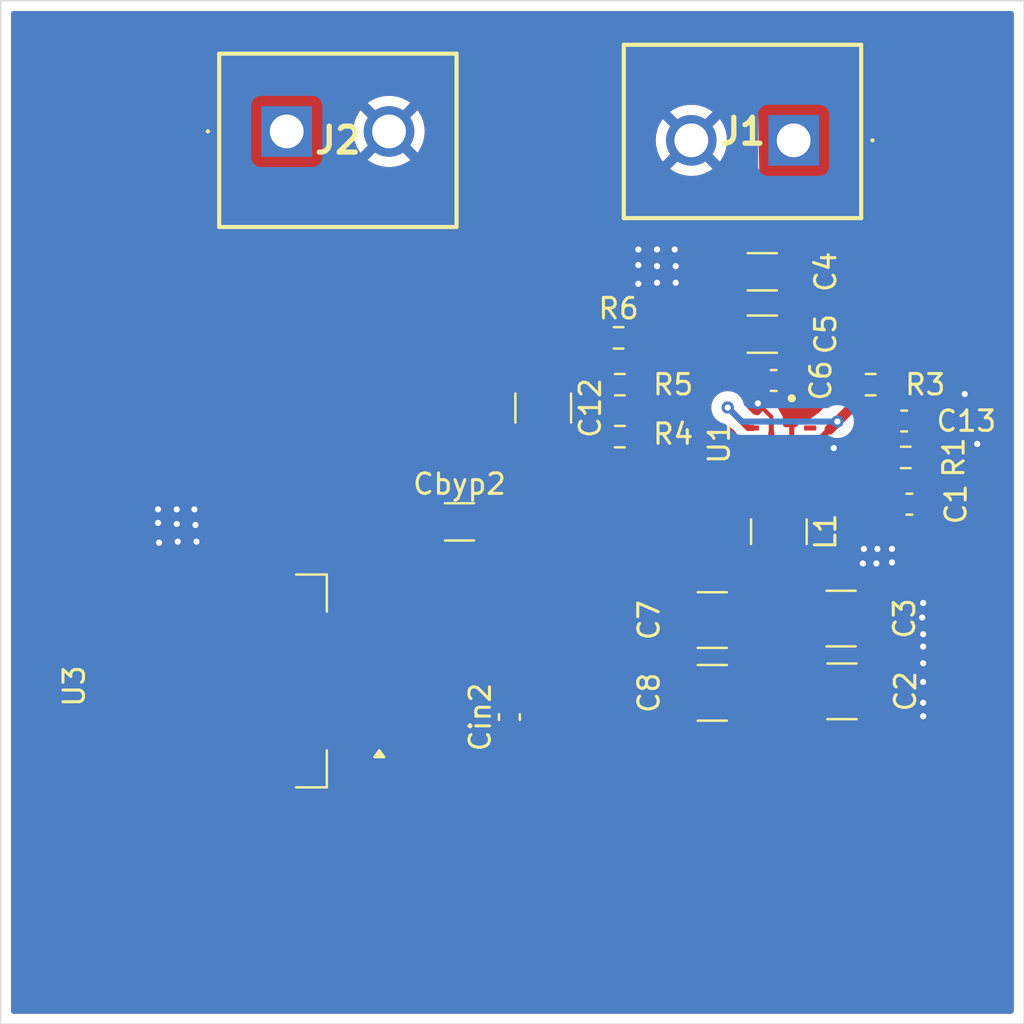
<source format=kicad_pcb>
(kicad_pcb (version 20240108) (generator "pcbnew") (generator_version "8.0")
  (layers (0 "F.Cu" signal) (31 "B.Cu" signal) (34 "B.Paste" user) (35 "F.Paste" user) (36 "B.SilkS" user "B.Silkscreen") (37 "F.SilkS" user "F.Silkscreen") (38 "B.Mask" user) (39 "F.Mask" user) (44 "Edge.Cuts" user))
  (net 0 "")
  (net 1 "Net-(C1-Pad1)")
  (net 2 "/Buck_SW")
  (net 3 "/Buck_Vin")
  (net 4 "Earth")
  (net 5 "/BuckStep_Vout")
  (net 6 "Net-(C12-Pad1)")
  (net 7 "/Buck_Vcc")
  (net 8 "/Vout")
  (net 9 "/Buck_VBST")
  (net 10 "/Buck_PG")
  (net 11 "/Buck_FB")
  (footprint "Resistor_SMD:R_0603_1608Metric" (layer "F.Cu") (at 93.345 68.834 180)
    (property "Reference" "R3" (at -2.667 0 360) (layer "F.SilkS"))
    (property "Value" "100 k")
    (fp_line (start -0.237258 0.5225) (end 0.237258 0.5225) (stroke (width 0.12)) (layer "F.SilkS"))
    (fp_line (start -0.237258 -0.5225) (end 0.237258 -0.5225) (stroke (width 0.12)) (layer "F.SilkS"))
    (pad "1" smd roundrect (at -0.825 0 180) (size 0.8 0.95) (layers "F.Cu" "F.Paste" "F.Mask") (net 7 "/Buck_Vcc"))
    (pad "2" smd roundrect (at 0.825 0 180) (size 0.8 0.95) (layers "F.Cu" "F.Paste" "F.Mask") (net 10 "/Buck_PG"))
  )
  (footprint "Capacitor_SMD:C_0603_1608Metric" (layer "F.Cu") (at 95.237 74.676 180)
    (property "Reference" "C1" (at -2.273 0 90) (layer "F.SilkS"))
    (property "Value" "0.1uF")
    (fp_line (start -0.14058 0.51) (end 0.14058 0.51) (stroke (width 0.12)) (layer "F.SilkS"))
    (fp_line (start -0.14058 -0.51) (end 0.14058 -0.51) (stroke (width 0.12)) (layer "F.SilkS"))
    (pad "1" smd roundrect (at -0.775 0 180) (size 0.9 0.95) (layers "F.Cu" "F.Paste" "F.Mask") (net 1 "Net-(C1-Pad1)"))
    (pad "2" smd roundrect (at 0.775 0 180) (size 0.9 0.95) (layers "F.Cu" "F.Paste" "F.Mask") (net 2 "/Buck_SW"))
  )
  (footprint "Capacitor_SMD:C_1210_3225Metric" (layer "F.Cu") (at 85.607 83.893 180)
    (property "Reference" "C8" (at 3.097 0 90) (layer "F.SilkS"))
    (property "Value" "22pF")
    (fp_line (start -0.711252 1.36) (end 0.711252 1.36) (stroke (width 0.12)) (layer "F.SilkS"))
    (fp_line (start -0.711252 -1.36) (end 0.711252 -1.36) (stroke (width 0.12)) (layer "F.SilkS"))
    (pad "1" smd roundrect (at -1.475 0 180) (size 1.15 2.7) (layers "F.Cu" "F.Paste" "F.Mask") (roundrect_rratio 0.217391) (net 5 "/BuckStep_Vout"))
    (pad "2" smd roundrect (at 1.475 0 180) (size 1.15 2.7) (layers "F.Cu" "F.Paste" "F.Mask") (roundrect_rratio 0.217391) (net 4 "Earth"))
  )
  (footprint "Resistor_SMD:R_0603_1608Metric" (layer "F.Cu") (at 81.09 68.834 180)
    (property "Reference" "R5" (at -2.603 0 360) (layer "F.SilkS"))
    (property "Value" "0")
    (fp_line (start -0.237258 0.5225) (end 0.237258 0.5225) (stroke (width 0.12)) (layer "F.SilkS"))
    (fp_line (start -0.237258 -0.5225) (end 0.237258 -0.5225) (stroke (width 0.12)) (layer "F.SilkS"))
    (pad "1" smd roundrect (at -0.825 0 180) (size 0.8 0.95) (layers "F.Cu" "F.Paste" "F.Mask") (net 11 "/Buck_FB"))
    (pad "2" smd roundrect (at 0.825 0 180) (size 0.8 0.95) (layers "F.Cu" "F.Paste" "F.Mask") (net 6 "Net-(C12-Pad1)"))
  )
  (footprint "Capacitor_SMD:C_1210_3225Metric" (layer "F.Cu") (at 85.607 80.337 180)
    (property "Reference" "C7" (at 3.097 0 90) (layer "F.SilkS"))
    (property "Value" "22pF")
    (fp_line (start -0.711252 1.36) (end 0.711252 1.36) (stroke (width 0.12)) (layer "F.SilkS"))
    (fp_line (start -0.711252 -1.36) (end 0.711252 -1.36) (stroke (width 0.12)) (layer "F.SilkS"))
    (pad "1" smd roundrect (at -1.475 0 180) (size 1.15 2.7) (layers "F.Cu" "F.Paste" "F.Mask") (roundrect_rratio 0.217391) (net 5 "/BuckStep_Vout"))
    (pad "2" smd roundrect (at 1.475 0 180) (size 1.15 2.7) (layers "F.Cu" "F.Paste" "F.Mask") (roundrect_rratio 0.217391) (net 4 "Earth"))
  )
  (footprint "5EHDVC-02P-KiCad:5EHDVC02P" (layer "F.Cu") (at 89.582 56.896 180)
    (property "Reference" "J1" (at 2.5 0.435 360) (layer "F.SilkS") (effects (font (size 1.27 1.27) (thickness 0.254))))
    (property "Value" "Conn_01x02_Pin" (hide yes))
    (fp_line (start 8.3 4.67) (end -3.3 4.67) (stroke (width 0.2)) (layer "F.SilkS"))
    (fp_line (start 8.3 -3.8) (end 8.3 4.67) (stroke (width 0.2)) (layer "F.SilkS"))
    (fp_line (start -3.3 4.67) (end -3.3 -3.8) (stroke (width 0.2)) (layer "F.SilkS"))
    (fp_line (start -3.3 -3.8) (end 8.3 -3.8) (stroke (width 0.2)) (layer "F.SilkS"))
    (fp_line (start -3.8 0) (end -3.8 0) (stroke (width 0.1)) (layer "F.SilkS"))
    (fp_line (start -3.9 0) (end -3.9 0) (stroke (width 0.1)) (layer "F.SilkS"))
    (fp_arc (start -3.8 0) (mid -3.85 0.05) (end -3.9 0) (stroke (width 0.1)) (layer "F.SilkS"))
    (fp_arc (start -3.9 0) (mid -3.85 -0.05) (end -3.8 0) (stroke (width 0.1)) (layer "F.SilkS"))
    (pad "1" thru_hole rect (at 0 0 180) (size 2.475 2.475) (drill 1.65) (layers "*.Cu" "*.Mask") (net 3 "/Buck_Vin"))
    (pad "2" thru_hole circle (at 5 0 180) (size 2.475 2.475) (drill 1.65) (layers "*.Cu" "*.Mask") (net 4 "Earth"))
  )
  (footprint "Capacitor_SMD:C_1210_3225Metric" (layer "F.Cu") (at 91.948 83.82)
    (property "Reference" "C2" (at 3.097 0 90) (layer "F.SilkS"))
    (property "Value" "22pF")
    (fp_line (start -0.711252 -1.36) (end 0.711252 -1.36) (stroke (width 0.12)) (layer "F.SilkS"))
    (fp_line (start -0.711252 1.36) (end 0.711252 1.36) (stroke (width 0.12)) (layer "F.SilkS"))
    (pad "1" smd roundrect (at -1.475 0) (size 1.15 2.7) (layers "F.Cu" "F.Paste" "F.Mask") (roundrect_rratio 0.217391) (net 5 "/BuckStep_Vout"))
    (pad "2" smd roundrect (at 1.475 0) (size 1.15 2.7) (layers "F.Cu" "F.Paste" "F.Mask") (roundrect_rratio 0.217391) (net 4 "Earth"))
  )
  (footprint "Capacitor_SMD:C_1210_3225Metric" (layer "F.Cu") (at 77.343 69.977 -90)
    (property "Reference" "C12" (at 0 -2.3 90) (layer "F.SilkS"))
    (property "Value" "22pF")
    (fp_line (start -0.711252 1.36) (end 0.711252 1.36) (stroke (width 0.12)) (layer "F.SilkS"))
    (fp_line (start -0.711252 -1.36) (end 0.711252 -1.36) (stroke (width 0.12)) (layer "F.SilkS"))
    (pad "1" smd roundrect (at -1.475 0 270) (size 1.15 2.7) (layers "F.Cu" "F.Paste" "F.Mask") (roundrect_rratio 0.217391) (net 6 "Net-(C12-Pad1)"))
    (pad "2" smd roundrect (at 1.475 0 270) (size 1.15 2.7) (layers "F.Cu" "F.Paste" "F.Mask") (roundrect_rratio 0.217391) (net 5 "/BuckStep_Vout"))
  )
  (footprint "Resistor_SMD:R_0603_1608Metric" (layer "F.Cu") (at 95.059 72.39)
    (property "Reference" "R1" (at 2.349 0 90) (layer "F.SilkS"))
    (property "Value" "0" (hide yes))
    (fp_line (start -0.237258 -0.5225) (end 0.237258 -0.5225) (stroke (width 0.12)) (layer "F.SilkS"))
    (fp_line (start -0.237258 0.5225) (end 0.237258 0.5225) (stroke (width 0.12)) (layer "F.SilkS"))
    (pad "1" smd roundrect (at -0.825 0) (size 0.8 0.95) (layers "F.Cu" "F.Paste" "F.Mask") (net 9 "/Buck_VBST"))
    (pad "2" smd roundrect (at 0.825 0) (size 0.8 0.95) (layers "F.Cu" "F.Paste" "F.Mask") (net 1 "Net-(C1-Pad1)"))
  )
  (footprint "Inductor_SMD:L_1210_3225Metric" (layer "F.Cu") (at 88.86 76.019 -90)
    (property "Reference" "L1" (at 0 -2.28 90) (layer "F.SilkS"))
    (property "Value" "1.5uH")
    (fp_line (start -0.602064 1.36) (end 0.602064 1.36) (stroke (width 0.12)) (layer "F.SilkS"))
    (fp_line (start -0.602064 -1.36) (end 0.602064 -1.36) (stroke (width 0.12)) (layer "F.SilkS"))
    (pad "1" smd roundrect (at -1.4 0 270) (size 1.25 2.65) (layers "F.Cu" "F.Paste" "F.Mask") (roundrect_rratio 0.2) (net 2 "/Buck_SW"))
    (pad "2" smd roundrect (at 1.4 0 270) (size 1.25 2.65) (layers "F.Cu" "F.Paste" "F.Mask") (roundrect_rratio 0.2) (net 5 "/BuckStep_Vout"))
  )
  (footprint "Capacitor_SMD:C_1206_3216Metric" (layer "F.Cu") (at 88.049 66.367 180)
    (property "Reference" "C5" (at -3.097 0 90) (layer "F.SilkS"))
    (property "Value" "10 uF")
    (fp_line (start -0.711252 0.91) (end 0.711252 0.91) (stroke (width 0.12)) (layer "F.SilkS"))
    (fp_line (start -0.711252 -0.91) (end 0.711252 -0.91) (stroke (width 0.12)) (layer "F.SilkS"))
    (pad "1" smd roundrect (at -1.475 0 180) (size 1.15 1.8) (layers "F.Cu" "F.Paste" "F.Mask") (roundrect_rratio 0.217391) (net 3 "/Buck_Vin"))
    (pad "2" smd roundrect (at 1.475 0 180) (size 1.15 1.8) (layers "F.Cu" "F.Paste" "F.Mask") (roundrect_rratio 0.217391) (net 4 "Earth"))
  )
  (footprint "Capacitor_SMD:C_0603_1608Metric" (layer "F.Cu") (at 88.606 68.6308 180)
    (property "Reference" "C6" (at -2.299 0 90) (layer "F.SilkS"))
    (property "Value" "0.1 uF")
    (fp_line (start -0.14058 0.51) (end 0.14058 0.51) (stroke (width 0.12)) (layer "F.SilkS"))
    (fp_line (start -0.14058 -0.51) (end 0.14058 -0.51) (stroke (width 0.12)) (layer "F.SilkS"))
    (pad "1" smd roundrect (at -0.775 0 180) (size 0.9 0.95) (layers "F.Cu" "F.Paste" "F.Mask") (net 3 "/Buck_Vin"))
    (pad "2" smd roundrect (at 0.775 0 180) (size 0.9 0.95) (layers "F.Cu" "F.Paste" "F.Mask") (net 4 "Earth"))
  )
  (footprint "Capacitor_SMD:C_1210_3225Metric" (layer "F.Cu") (at 91.899 80.264)
    (property "Reference" "C3" (at 3.097 0 90) (layer "F.SilkS"))
    (property "Value" "22pF")
    (fp_line (start -0.711252 -1.36) (end 0.711252 -1.36) (stroke (width 0.12)) (layer "F.SilkS"))
    (fp_line (start -0.711252 1.36) (end 0.711252 1.36) (stroke (width 0.12)) (layer "F.SilkS"))
    (pad "1" smd roundrect (at -1.475 0) (size 1.15 2.7) (layers "F.Cu" "F.Paste" "F.Mask") (roundrect_rratio 0.217391) (net 5 "/BuckStep_Vout"))
    (pad "2" smd roundrect (at 1.475 0) (size 1.15 2.7) (layers "F.Cu" "F.Paste" "F.Mask") (roundrect_rratio 0.217391) (net 4 "Earth"))
  )
  (footprint "Resistor_SMD:R_0603_1608Metric" (layer "F.Cu") (at 81.026 66.548)
    (property "Reference" "R6" (at 0 -1.43 0) (layer "F.SilkS"))
    (property "Value" "20k")
    (fp_line (start -0.237258 -0.5225) (end 0.237258 -0.5225) (stroke (width 0.12)) (layer "F.SilkS"))
    (fp_line (start -0.237258 0.5225) (end 0.237258 0.5225) (stroke (width 0.12)) (layer "F.SilkS"))
    (pad "1" smd roundrect (at -0.825 0) (size 0.8 0.95) (layers "F.Cu" "F.Paste" "F.Mask") (net 4 "Earth"))
    (pad "2" smd roundrect (at 0.825 0) (size 0.8 0.95) (layers "F.Cu" "F.Paste" "F.Mask") (net 11 "/Buck_FB"))
  )
  (footprint "TPS51386RJNR:VREG_TPS51386RJNR" (layer "F.Cu") (at 88.99 71.701 -90)
    (property "Reference" "U1" (at -0.008 3.048 90) (layer "F.SilkS"))
    (property "Value" "TPS51386RJNR")
    (fp_circle (center -2.2 -0.5) (end -2.1 -0.5) (stroke (width 0.2)) (fill none) (layer "F.SilkS"))
    (pad "1" smd roundrect (at -0.5 -0.5 270) (size 1.4 0.25) (layers "F.Cu") (roundrect_rratio 0.2) (net 3 "/Buck_Vin"))
    (pad "2" smd roundrect (at -0.5 0.5 270) (size 1.4 0.25) (layers "F.Cu") (roundrect_rratio 0.2) (net 4 "Earth"))
    (pad "3" smd roundrect (at -0.75 1.4 270) (size 0.25 0.6) (layers "F.Cu") (roundrect_rratio 0.2) (net 10 "/Buck_PG"))
    (pad "4" smd roundrect (at -0.25 1.4 270) (size 0.25 0.6) (layers "F.Cu") (roundrect_rratio 0.2) (net 11 "/Buck_FB"))
    (pad "5" smd roundrect (at 0.25 1.4 270) (size 0.25 0.6) (layers "F.Cu") (roundrect_rratio 0.2) (net 4 "Earth"))
    (pad "6" smd roundrect (at 0.75 1.4 270) (size 0.25 0.6) (layers "F.Cu") (roundrect_rratio 0.2))
    (pad "7" smd roundrect (at 0.5 0 270) (size 1.4 0.25) (layers "F.Cu") (roundrect_rratio 0.2) (net 2 "/Buck_SW"))
    (pad "8" smd roundrect (at 0.9 -0.5 270) (size 0.6 0.25) (layers "F.Cu") (roundrect_rratio 0.2) (net 9 "/Buck_VBST"))
    (pad "9" smd roundrect (at 0.75 -1.4 270) (size 0.25 0.6) (layers "F.Cu") (roundrect_rratio 0.2) (net 7 "/Buck_Vcc"))
    (pad "10" smd roundrect (at 0.25 -1.4 270) (size 0.25 0.6) (layers "F.Cu") (roundrect_rratio 0.2) (net 4 "Earth"))
    (pad "11" smd roundrect (at -0.25 -1.4 270) (size 0.25 0.6) (layers "F.Cu") (roundrect_rratio 0.2) (net 10 "/Buck_PG"))
    (pad "12" smd roundrect (at -0.75 -1.4 270) (size 0.25 0.6) (layers "F.Cu") (roundrect_rratio 0.2))
  )
  (footprint "Capacitor_SMD:C_0603_1608Metric" (layer "F.Cu") (at 94.983 70.612)
    (property "Reference" "C13" (at 3.035 0 360) (layer "F.SilkS"))
    (property "Value" "1 uF")
    (fp_line (start -0.14058 -0.51) (end 0.14058 -0.51) (stroke (width 0.12)) (layer "F.SilkS"))
    (fp_line (start -0.14058 0.51) (end 0.14058 0.51) (stroke (width 0.12)) (layer "F.SilkS"))
    (pad "1" smd roundrect (at -0.775 0) (size 0.9 0.95) (layers "F.Cu" "F.Paste" "F.Mask") (net 7 "/Buck_Vcc"))
    (pad "2" smd roundrect (at 0.775 0) (size 0.9 0.95) (layers "F.Cu" "F.Paste" "F.Mask") (net 4 "Earth"))
  )
  (footprint "Package_TO_SOT_SMD:TO-263-3_TabPin2" (layer "F.Cu") (at 61.946 83.312 180)
    (property "Reference" "U3" (at 7.523 -0.254 90) (layer "F.SilkS"))
    (property "Value" "~")
    (fp_line (start -3.325 5.2) (end -4.825 5.2) (stroke (width 0.12)) (layer "F.SilkS"))
    (fp_line (start -3.325 -5.2) (end -4.825 -5.2) (stroke (width 0.12)) (layer "F.SilkS"))
    (fp_line (start -4.825 5.2) (end -4.825 3.39) (stroke (width 0.12)) (layer "F.SilkS"))
    (fp_line (start -4.825 -5.2) (end -4.825 -3.39) (stroke (width 0.12)) (layer "F.SilkS"))
    (fp_poly (pts (xy -7.3875 -3.39) (xy -7.6275 -3.72) (xy -7.1475 -3.72) (xy -7.3875 -3.39)) (stroke (width 0.12)) (fill solid) (layer "F.SilkS"))
    (pad "1" smd roundrect (at -7.65 -2.54 180) (size 4.6 1.1) (layers "F.Cu" "F.Paste" "F.Mask") (roundrect_rratio 0.227273) (net 5 "/BuckStep_Vout"))
    (pad "2" smd roundrect (at -7.65 0 180) (size 4.6 1.1) (layers "F.Cu" "F.Paste" "F.Mask") (roundrect_rratio 0.227273) (net 4 "Earth"))
    (pad "2" smd roundrect (at -0.925 -2.775 180) (size 4.55 5.25) (layers "F.Cu" "F.Paste") (roundrect_rratio 0.054945) (net 4 "Earth"))
    (pad "2" smd roundrect (at -0.925 2.775 180) (size 4.55 5.25) (layers "F.Cu" "F.Paste") (roundrect_rratio 0.054945) (net 4 "Earth"))
    (pad "2" smd roundrect (at 1.5 0 180) (size 9.4 10.8) (layers "F.Cu" "F.Mask") (roundrect_rratio 0.026596) (net 4 "Earth"))
    (pad "2" smd roundrect (at 3.925 -2.775 180) (size 4.55 5.25) (layers "F.Cu" "F.Paste") (roundrect_rratio 0.054945) (net 4 "Earth"))
    (pad "2" smd roundrect (at 3.925 2.775 180) (size 4.55 5.25) (layers "F.Cu" "F.Paste") (roundrect_rratio 0.054945) (net 4 "Earth"))
    (pad "3" smd roundrect (at -7.65 2.54 180) (size 4.6 1.1) (layers "F.Cu" "F.Paste" "F.Mask") (roundrect_rratio 0.227273) (net 8 "/Vout"))
  )
  (footprint "Capacitor_SMD:C_0603_1608Metric" (layer "F.Cu") (at 75.692 85.077 90)
    (property "Reference" "Cin2" (at 0 -1.43 90) (layer "F.SilkS"))
    (property "Value" "1 uF")
    (fp_line (start -0.14058 -0.51) (end 0.14058 -0.51) (stroke (width 0.12)) (layer "F.SilkS"))
    (fp_line (start -0.14058 0.51) (end 0.14058 0.51) (stroke (width 0.12)) (layer "F.SilkS"))
    (pad "1" smd roundrect (at -0.775 0 90) (size 0.9 0.95) (layers "F.Cu" "F.Paste" "F.Mask") (net 5 "/BuckStep_Vout"))
    (pad "2" smd roundrect (at 0.775 0 90) (size 0.9 0.95) (layers "F.Cu" "F.Paste" "F.Mask") (net 4 "Earth"))
  )
  (footprint "5EHDVC-02P-KiCad:5EHDVC02P" (layer "F.Cu") (at 64.81 56.461)
    (property "Reference" "J2" (at 2.5 0.435 360) (layer "F.SilkS") (effects (font (size 1.27 1.27) (thickness 0.254))))
    (property "Value" "Conn_01x02_Pin" (hide yes))
    (fp_line (start -3.9 0) (end -3.9 0) (stroke (width 0.1)) (layer "F.SilkS"))
    (fp_line (start -3.8 0) (end -3.8 0) (stroke (width 0.1)) (layer "F.SilkS"))
    (fp_line (start -3.3 -3.8) (end 8.3 -3.8) (stroke (width 0.2)) (layer "F.SilkS"))
    (fp_line (start -3.3 4.67) (end -3.3 -3.8) (stroke (width 0.2)) (layer "F.SilkS"))
    (fp_line (start 8.3 -3.8) (end 8.3 4.67) (stroke (width 0.2)) (layer "F.SilkS"))
    (fp_line (start 8.3 4.67) (end -3.3 4.67) (stroke (width 0.2)) (layer "F.SilkS"))
    (fp_arc (start -3.9 0) (mid -3.85 -0.05) (end -3.8 0) (stroke (width 0.1)) (layer "F.SilkS"))
    (fp_arc (start -3.8 0) (mid -3.85 0.05) (end -3.9 0) (stroke (width 0.1)) (layer "F.SilkS"))
    (pad "1" thru_hole rect (at 0 0) (size 2.475 2.475) (drill 1.65) (layers "*.Cu" "*.Mask") (net 8 "/Vout"))
    (pad "2" thru_hole circle (at 5 0) (size 2.475 2.475) (drill 1.65) (layers "*.Cu" "*.Mask") (net 4 "Earth"))
  )
  (footprint "Capacitor_SMD:C_1206_3216Metric" (layer "F.Cu") (at 88.049 63.319 180)
    (property "Reference" "C4" (at -3.097 0 90) (layer "F.SilkS"))
    (property "Value" "10 uF")
    (fp_line (start -0.711252 0.91) (end 0.711252 0.91) (stroke (width 0.12)) (layer "F.SilkS"))
    (fp_line (start -0.711252 -0.91) (end 0.711252 -0.91) (stroke (width 0.12)) (layer "F.SilkS"))
    (pad "1" smd roundrect (at -1.475 0 180) (size 1.15 1.8) (layers "F.Cu" "F.Paste" "F.Mask") (roundrect_rratio 0.217391) (net 3 "/Buck_Vin"))
    (pad "2" smd roundrect (at 1.475 0 180) (size 1.15 1.8) (layers "F.Cu" "F.Paste" "F.Mask") (roundrect_rratio 0.217391) (net 4 "Earth"))
  )
  (footprint "Capacitor_SMD:C_1206_3216Metric" (layer "F.Cu") (at 73.2518 75.5396)
    (property "Reference" "Cbyp2" (at 0 -1.85 360) (layer "F.SilkS"))
    (property "Value" "47 uF")
    (fp_line (start -0.711252 -0.91) (end 0.711252 -0.91) (stroke (width 0.12)) (layer "F.SilkS"))
    (fp_line (start -0.711252 0.91) (end 0.711252 0.91) (stroke (width 0.12)) (layer "F.SilkS"))
    (pad "1" smd roundrect (at -1.475 0) (size 1.15 1.8) (layers "F.Cu" "F.Paste" "F.Mask") (roundrect_rratio 0.217391) (net 8 "/Vout"))
    (pad "2" smd roundrect (at 1.475 0) (size 1.15 1.8) (layers "F.Cu" "F.Paste" "F.Mask") (roundrect_rratio 0.217391) (net 4 "Earth"))
  )
  (footprint "Resistor_SMD:R_0603_1608Metric" (layer "F.Cu") (at 81.089 71.374 180)
    (property "Reference" "R4" (at -2.604 0.127 360) (layer "F.SilkS"))
    (property "Value" "110k")
    (fp_line (start -0.237258 0.5225) (end 0.237258 0.5225) (stroke (width 0.12)) (layer "F.SilkS"))
    (fp_line (start -0.237258 -0.5225) (end 0.237258 -0.5225) (stroke (width 0.12)) (layer "F.SilkS"))
    (pad "1" smd roundrect (at -0.825 0 180) (size 0.8 0.95) (layers "F.Cu" "F.Paste" "F.Mask") (net 11 "/Buck_FB"))
    (pad "2" smd roundrect (at 0.825 0 180) (size 0.8 0.95) (layers "F.Cu" "F.Paste" "F.Mask") (net 5 "/BuckStep_Vout"))
  )
  (gr_rect (start 50.838 50.076) (end 100.838 100.076) (stroke (width 0.05)) (fill none) (layer "Edge.Cuts"))
  (segment (start 96.012 74.676) (end 96.012 72.518) (width 1) (layer "F.Cu") (net 1))
  (segment (start 96.012 72.518) (end 95.884 72.39) (width 1) (layer "F.Cu") (net 1))
  (segment (start 88.99 72.201) (end 88.99 73.3944) (width 0.3) (layer "F.Cu") (net 2))
  (segment (start 88.49 70.4052) (end 88.49 71.201) (width 0.2) (layer "F.Cu") (net 4))
  (segment (start 87.59 71.951) (end 87.982072 71.951) (width 0.3) (layer "F.Cu") (net 4))
  (segment (start 87.8332 69.7484) (end 88.49 70.4052) (width 0.2) (layer "F.Cu") (net 4))
  (segment (start 90.39 71.951) (end 91.5234 71.951) (width 0.3) (layer "F.Cu") (net 4))
  (segment (start 88.49 71.443072) (end 88.49 71.201) (width 0.3) (layer "F.Cu") (net 4))
  (segment (start 87.982072 71.951) (end 88.49 71.443072) (width 0.3) (layer "F.Cu") (net 4))
  (segment (start 91.5234 71.951) (end 91.5416 71.9328) (width 0.3) (layer "F.Cu") (net 4))
  (via (at 58.5724 76.5556) (size 0.6) (drill 0.3) (layers "F.Cu" "B.Cu") (net 4))
  (via (at 95.9104 81.026) (size 0.6) (drill 0.3) (layers "F.Cu" "B.Cu") (net 4))
  (via (at 81.9912 62.992) (size 0.6) (drill 0.3) (layers "F.Cu" "B.Cu") (net 4))
  (via (at 92.964 77.5716) (size 0.6) (drill 0.3) (layers "F.Cu" "B.Cu") (net 4))
  (via (at 60.3504 75.692) (size 0.6) (drill 0.3) (layers "F.Cu" "B.Cu") (net 4))
  (via (at 95.9104 83.3628) (size 0.6) (drill 0.3) (layers "F.Cu" "B.Cu") (net 4))
  (via (at 83.7692 62.23) (size 0.6) (drill 0.3) (layers "F.Cu" "B.Cu") (net 4))
  (via (at 94.3864 76.8604) (size 0.6) (drill 0.3) (layers "F.Cu" "B.Cu") (net 4))
  (via (at 60.4012 76.5048) (size 0.6) (drill 0.3) (layers "F.Cu" "B.Cu") (net 4))
  (via (at 82.9056 63.0428) (size 0.6) (drill 0.3) (layers "F.Cu" "B.Cu") (net 4))
  (via (at 59.436 75.6412) (size 0.6) (drill 0.3) (layers "F.Cu" "B.Cu") (net 4))
  (via (at 82.9056 63.8556) (size 0.6) (drill 0.3) (layers "F.Cu" "B.Cu") (net 4))
  (via (at 58.5216 74.93) (size 0.6) (drill 0.3) (layers "F.Cu" "B.Cu") (net 4))
  (via (at 81.9912 62.23) (size 0.6) (drill 0.3) (layers "F.Cu" "B.Cu") (net 4))
  (via (at 81.9912 63.9064) (size 0.6) (drill 0.3) (layers "F.Cu" "B.Cu") (net 4))
  (via (at 59.4868 76.5048) (size 0.6) (drill 0.3) (layers "F.Cu" "B.Cu") (net 4))
  (via (at 95.9104 82.4484) (size 0.6) (drill 0.3) (layers "F.Cu" "B.Cu") (net 4))
  (via (at 98.552 71.7296) (size 0.6) (drill 0.3) (layers "F.Cu" "B.Cu") (net 4))
  (via (at 95.9104 79.502) (size 0.6) (drill 0.3) (layers "F.Cu" "B.Cu") (net 4))
  (via (at 87.8332 69.7484) (size 0.6) (drill 0.3) (layers "F.Cu" "B.Cu") (net 4))
  (via (at 95.8596 80.2132) (size 0.6) (drill 0.3) (layers "F.Cu" "B.Cu") (net 4))
  (via (at 95.9104 85.0392) (size 0.6) (drill 0.3) (layers "F.Cu" "B.Cu") (net 4))
  (via (at 83.82 63.0428) (size 0.6) (drill 0.3) (layers "F.Cu" "B.Cu") (net 4))
  (via (at 94.3864 77.5208) (size 0.6) (drill 0.3) (layers "F.Cu" "B.Cu") (net 4))
  (via (at 97.9424 69.2912) (size 0.6) (drill 0.3) (layers "F.Cu" "B.Cu") (net 4))
  (via (at 95.9104 84.3788) (size 0.6) (drill 0.3) (layers "F.Cu" "B.Cu") (net 4))
  (via (at 59.436 74.93) (size 0.6) (drill 0.3) (layers "F.Cu" "B.Cu") (net 4))
  (via (at 82.9056 62.23) (size 0.6) (drill 0.3) (layers "F.Cu" "B.Cu") (net 4))
  (via (at 60.2996 74.93) (size 0.6) (drill 0.3) (layers "F.Cu" "B.Cu") (net 4))
  (via (at 83.82 63.8556) (size 0.6) (drill 0.3) (layers "F.Cu" "B.Cu") (net 4))
  (via (at 93.6244 77.5716) (size 0.6) (drill 0.3) (layers "F.Cu" "B.Cu") (net 4))
  (via (at 93.6752 76.8604) (size 0.6) (drill 0.3) (layers "F.Cu" "B.Cu") (net 4))
  (via (at 93.0148 76.8604) (size 0.6) (drill 0.3) (layers "F.Cu" "B.Cu") (net 4))
  (via (at 95.9104 81.6356) (size 0.6) (drill 0.3) (layers "F.Cu" "B.Cu") (net 4))
  (via (at 91.5416 71.9328) (size 0.6) (drill 0.3) (layers "F.Cu" "B.Cu") (net 4))
  (via (at 58.5216 75.5904) (size 0.6) (drill 0.3) (layers "F.Cu" "B.Cu") (net 4))
  (segment (start 88.86 77.419) (end 85.834 77.419) (width 1) (layer "F.Cu") (net 5))
  (segment (start 80.264 71.849) (end 80.264 71.374) (width 1) (layer "F.Cu") (net 5))
  (segment (start 77.421 71.374) (end 77.343 71.452) (width 1) (layer "F.Cu") (net 5))
  (segment (start 85.834 77.419) (end 80.264 71.849) (width 1) (layer "F.Cu") (net 5))
  (segment (start 80.264 71.374) (end 77.421 71.374) (width 1) (layer "F.Cu") (net 5))
  (segment (start 79.933 68.502) (end 80.265 68.834) (width 1) (layer "F.Cu") (net 6))
  (segment (start 77.343 68.502) (end 79.933 68.502) (width 1) (layer "F.Cu") (net 6))
  (segment (start 92.0092 72.5828) (end 92.6084 71.9836) (width 0.3) (layer "F.Cu") (net 7))
  (segment (start 94.208 68.872) (end 94.17 68.834) (width 1) (layer "F.Cu") (net 7))
  (segment (start 90.5218 72.5828) (end 92.0092 72.5828) (width 0.3) (layer "F.Cu") (net 7))
  (segment (start 93.98 70.612) (end 94.208 70.612) (width 0.5) (layer "F.Cu") (net 7))
  (segment (start 90.39 72.451) (end 90.5218 72.5828) (width 0.3) (layer "F.Cu") (net 7))
  (segment (start 92.6084 71.9836) (end 93.98 70.612) (width 0.5) (layer "F.Cu") (net 7))
  (segment (start 94.208 70.612) (end 94.208 68.872) (width 1) (layer "F.Cu") (net 7))
  (segment (start 89.8652 73.406) (end 91.1352 73.406) (width 0.3) (layer "F.Cu") (net 9))
  (segment (start 89.49 73.0308) (end 89.8652 73.406) (width 0.3) (layer "F.Cu") (net 9))
  (segment (start 89.49 72.601) (end 89.49 73.0308) (width 0.3) (layer "F.Cu") (net 9))
  (segment (start 93.218 73.406) (end 94.234 72.39) (width 0.5) (layer "F.Cu") (net 9))
  (segment (start 91.1352 73.406) (end 93.218 73.406) (width 0.5) (layer "F.Cu") (net 9))
  (segment (start 87.3594 70.951) (end 86.36 69.9516) (width 0.3) (layer "F.Cu") (net 10))
  (segment (start 90.39 71.451) (end 90.9058 71.451) (width 0.3) (layer "F.Cu") (net 10))
  (segment (start 91.7194 70.6374) (end 92.52 69.8368) (width 0.5) (layer "F.Cu") (net 10))
  (segment (start 92.52 69.8368) (end 92.52 68.834) (width 0.5) (layer "F.Cu") (net 10))
  (segment (start 90.9058 71.451) (end 91.3384 71.0184) (width 0.3) (layer "F.Cu") (net 10))
  (segment (start 91.3384 71.0184) (end 91.7194 70.6374) (width 0.5) (layer "F.Cu") (net 10))
  (segment (start 87.59 70.951) (end 87.3594 70.951) (width 0.3) (layer "F.Cu") (net 10))
  (via (at 86.36 69.9516) (size 0.6) (drill 0.3) (layers "F.Cu" "B.Cu") (net 10))
  (via (at 91.7194 70.6374) (size 0.6) (drill 0.3) (layers "F.Cu" "B.Cu") (net 10))
  (segment (start 86.36 69.9516) (end 87.0458 70.6374) (width 0.3) (layer "B.Cu") (net 10))
  (segment (start 87.0458 70.6374) (end 91.7194 70.6374) (width 0.3) (layer "B.Cu") (net 10))
  (segment (start 81.914 68.835) (end 81.915 68.834) (width 1) (layer "F.Cu") (net 11))
  (segment (start 87.59 71.451) (end 86.3846 71.451) (width 0.3) (layer "F.Cu") (net 11))
  (segment (start 86.3846 71.451) (end 86.36 71.4756) (width 0.3) (layer "F.Cu") (net 11))
  (segment (start 81.915 68.834) (end 81.915 66.612) (width 1) (layer "F.Cu") (net 11))
  (segment (start 86.2584 71.374) (end 81.914 71.374) (width 1) (layer "F.Cu") (net 11))
  (segment (start 81.914 71.374) (end 81.914 68.835) (width 1) (layer "F.Cu") (net 11))
  (segment (start 86.36 71.4756) (end 86.2584 71.374) (width 1) (layer "F.Cu") (net 11))
  (segment (start 81.915 66.612) (end 81.851 66.548) (width 1) (layer "F.Cu") (net 11))
  (zone (net 8) (net_name "/Vout") (layer "F.Cu") (priority 5) (connect_pads yes (clearance 0.3)) (min_thickness 0.3) (fill yes (thermal_gap 0.3) (thermal_bridge_width 0.3))
    (polygon (pts (xy 62.7888 54.4068) (xy 63.6524 76.8604) (xy 66.3448 77.3684) (xy 66.3448 81.9404) (xy 72.9488 81.9404) (xy 72.9488 73.6092) (xy 66.8528 54.3052)))
  )
  (zone (net 5) (net_name "/BuckStep_Vout") (layer "F.Cu") (priority 4) (connect_pads yes (clearance 0.3)) (min_thickness 0.3) (fill yes (thermal_gap 0.3) (thermal_bridge_width 0.3))
    (polygon (pts (xy 85.7504 76.5556) (xy 91.5416 76.5556) (xy 91.694 88.7984) (xy 66.9544 88.5952) (xy 66.9544 84.836) (xy 72.136 84.8868) (xy 72.39 85.2932) (xy 77.47 85.344) (xy 77.7748 85.852) (xy 85.6996 85.852)))
  )
  (zone (net 2) (net_name "/Buck_SW") (layer "F.Cu") (priority 3) (connect_pads yes (clearance 0.3)) (min_thickness 0.3) (fill yes (thermal_gap 0.3) (thermal_bridge_width 0.3))
    (polygon (pts (xy 86.7156 73.2028) (xy 86.7156 75.692) (xy 95.1484 75.8444) (xy 95.0468 73.7616) (xy 89.408 73.7108) (xy 89.3064 73.2028)))
  )
  (zone (net 4) (net_name "Earth") (layer "F.Cu") (connect_pads (clearance 0.5)) (min_thickness 0.25) (fill yes (thermal_gap 0.5) (thermal_bridge_width 0.5))
    (polygon (pts (xy 50.8 50.038) (xy 100.838 50.038) (xy 100.838 100.076) (xy 50.8 100.076)))
  )
  (zone (net 3) (net_name "/Buck_Vin") (layer "F.Cu") (priority 2) (connect_pads yes (clearance 0.3)) (min_thickness 0.3) (fill yes (thermal_gap 0.5) (thermal_bridge_width 0.5))
    (polygon (pts (xy 87.8332 55.1688) (xy 88.0872 67.7164) (xy 88.5952 68.1228) (xy 88.646 69.6976) (xy 89.0524 70.4088) (xy 89.0524 70.9168) (xy 89.8144 70.9168) (xy 90.8812 70.1548) (xy 91.5416 69.2912) (xy 91.5416 67.9196) (xy 93.9292 63.1952) (xy 94.0308 54.8132) (xy 87.884 54.7624)))
  )
  (zone (net 4) (net_name "Earth") (layer "B.Cu") (priority 1) (connect_pads (clearance 0.5)) (min_thickness 0.25) (fill yes (thermal_gap 0.5) (thermal_bridge_width 0.5))
    (polygon (pts (xy 50.8 50.038) (xy 100.838 50.038) (xy 100.838 100.076) (xy 50.8 100.076)))
  )
)
</source>
